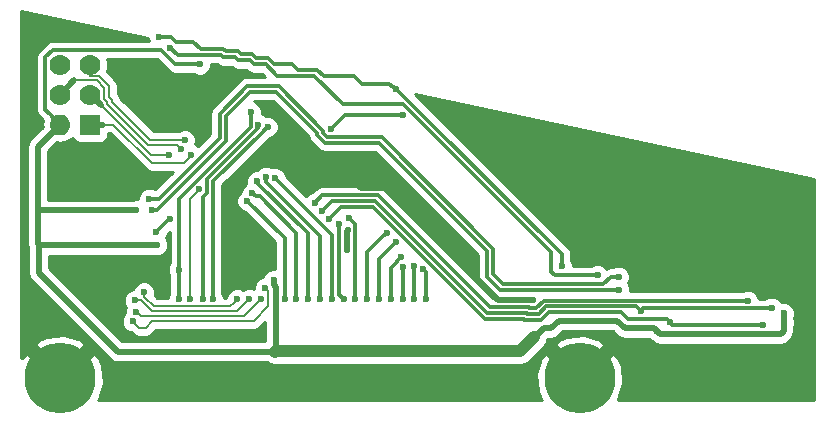
<source format=gbr>
G04 #@! TF.FileFunction,Copper,L2,Bot,Signal*
%FSLAX46Y46*%
G04 Gerber Fmt 4.6, Leading zero omitted, Abs format (unit mm)*
G04 Created by KiCad (PCBNEW 4.1.0-alpha+201608171232+7063~46~ubuntu14.04.1-product) date Tue Aug 30 16:52:41 2016*
%MOMM*%
%LPD*%
G01*
G04 APERTURE LIST*
%ADD10C,0.600000*%
%ADD11C,0.550000*%
%ADD12C,6.000000*%
%ADD13R,1.778000X1.778000*%
%ADD14C,1.778000*%
%ADD15O,1.778000X1.778000*%
%ADD16C,0.600000*%
%ADD17C,0.508000*%
%ADD18C,1.016000*%
%ADD19C,0.304800*%
%ADD20C,0.250000*%
%ADD21C,0.203200*%
%ADD22C,0.355600*%
%ADD23C,0.254000*%
G04 APERTURE END LIST*
D10*
D11*
X115722400Y-71069200D03*
X114401600Y-78079600D03*
X151028400Y-90881200D03*
X144068800Y-86258400D03*
X135280400Y-86664800D03*
X135331200Y-84937600D03*
X116179600Y-89001600D03*
X121056400Y-72237600D03*
X117551200Y-71526400D03*
X118821200Y-71526400D03*
X117551200Y-72796400D03*
X118821200Y-72796400D03*
X115112800Y-80619600D03*
X116382800Y-80619600D03*
X115112800Y-81889600D03*
X116382800Y-81889600D03*
X135890000Y-80518000D03*
X134620000Y-80518000D03*
X135890000Y-79248000D03*
D12*
X155000000Y-97500000D03*
X111000000Y-97500000D03*
D13*
X113540000Y-76000000D03*
D14*
X113540000Y-73460000D03*
X113540000Y-70920000D03*
X111000000Y-73460000D03*
D15*
X111000000Y-76000000D03*
D14*
X111000000Y-70920000D03*
D11*
X134620000Y-79248000D03*
D16*
X153500000Y-88000000D03*
X133936719Y-76375281D03*
X140035596Y-75177003D03*
X139448762Y-72953610D03*
X119380000Y-68580000D03*
X172250000Y-92750000D03*
X172250000Y-92000000D03*
X161548200Y-93500000D03*
X151135005Y-94050180D03*
X122834400Y-70916800D03*
X117449600Y-83261200D03*
X119239793Y-86207600D03*
X129082800Y-89204800D03*
X121564400Y-77317600D03*
X120310617Y-83993933D03*
X119126000Y-85090000D03*
X156500000Y-88750000D03*
X120330348Y-69487047D03*
X141762339Y-88234662D03*
X142000000Y-90805000D03*
X138674279Y-85146601D03*
X137000000Y-90805000D03*
X122787799Y-81481564D03*
X122000000Y-90805000D03*
X126842402Y-82473996D03*
X130000000Y-90805000D03*
X127254000Y-81788000D03*
X131000000Y-90805000D03*
X127699624Y-80787202D03*
X132000000Y-90805000D03*
X128415461Y-80429997D03*
X133000000Y-90805000D03*
X129209043Y-80531220D03*
X134000000Y-90805000D03*
X134595390Y-84408528D03*
X135000000Y-90805000D03*
X135423191Y-83873885D03*
X136000000Y-90805000D03*
X139446583Y-85918905D03*
X138000000Y-90805000D03*
X139827000Y-87249000D03*
X139000000Y-90805000D03*
X140017500Y-88074500D03*
X140000000Y-90805000D03*
X140970000Y-88011000D03*
X141000000Y-90805000D03*
X120243600Y-78602438D03*
X118110000Y-90170000D03*
X126000000Y-90805000D03*
X117136221Y-92674235D03*
X128334464Y-89818474D03*
X117451631Y-91839611D03*
X122118819Y-78578296D03*
X128000000Y-90805000D03*
X117320610Y-90896261D03*
X121259600Y-78079600D03*
X127000000Y-90805000D03*
X128559203Y-76202707D03*
X123952000Y-90805000D03*
X127779410Y-76023983D03*
X123063000Y-90805000D03*
X121050242Y-88295358D03*
X121031000Y-90805000D03*
X127127000Y-74930000D03*
X160163934Y-91800000D03*
X133197600Y-83312000D03*
X171250000Y-91500000D03*
X162600000Y-92725852D03*
X170500000Y-93000000D03*
X133780554Y-83979712D03*
X132537200Y-82651600D03*
X169250000Y-90924910D03*
X118794961Y-83213488D03*
X158336000Y-90017600D03*
X158293494Y-88891706D03*
X118566413Y-82293742D03*
D17*
X116382800Y-80619600D02*
X116382800Y-80060800D01*
X116382800Y-80060800D02*
X114401600Y-78079600D01*
X135280400Y-86664800D02*
X135280400Y-84988400D01*
X135280400Y-84988400D02*
X135331200Y-84937600D01*
X144068800Y-86258400D02*
X144068800Y-86866322D01*
X144068800Y-86866322D02*
X148083678Y-90881200D01*
X148083678Y-90881200D02*
X150639492Y-90881200D01*
X150639492Y-90881200D02*
X151028400Y-90881200D01*
D18*
X138908352Y-81148752D02*
X144068800Y-86309200D01*
X135890000Y-80518000D02*
X136520752Y-81148752D01*
X136520752Y-81148752D02*
X138908352Y-81148752D01*
D19*
X141931643Y-75436491D02*
X153500000Y-87004848D01*
X153500000Y-87004848D02*
X153500000Y-88000000D01*
X140035596Y-75177003D02*
X135134997Y-75177003D01*
X135134997Y-75177003D02*
X134236718Y-76075282D01*
X134236718Y-76075282D02*
X133936719Y-76375281D01*
X139448762Y-72953610D02*
X141931643Y-75436491D01*
X138836400Y-72593200D02*
X139448762Y-72953610D01*
X136550400Y-72593200D02*
X138836400Y-72593200D01*
X135890000Y-71932800D02*
X136550400Y-72593200D01*
X133299200Y-71932800D02*
X135890000Y-71932800D01*
X132740400Y-71374000D02*
X133299200Y-71932800D01*
X131114800Y-71374000D02*
X132740400Y-71374000D01*
X130606800Y-70866000D02*
X131114800Y-71374000D01*
X129082800Y-70866000D02*
X130606800Y-70866000D01*
X128625600Y-70408800D02*
X129082800Y-70866000D01*
X127609600Y-70408800D02*
X128625600Y-70408800D01*
X127254000Y-70053200D02*
X127609600Y-70408800D01*
X126288800Y-70053200D02*
X127254000Y-70053200D01*
X126034800Y-69799200D02*
X126288800Y-70053200D01*
X125018800Y-69799200D02*
X126034800Y-69799200D01*
X124815600Y-69596000D02*
X125018800Y-69799200D01*
X122885200Y-69596000D02*
X124815600Y-69596000D01*
X122275600Y-68986400D02*
X122885200Y-69596000D01*
X120802400Y-68986400D02*
X122275600Y-68986400D01*
X120396000Y-68580000D02*
X120802400Y-68986400D01*
X119380000Y-68580000D02*
X120396000Y-68580000D01*
D17*
X172250000Y-92500000D02*
X172250000Y-92000000D01*
X172250000Y-93500000D02*
X172250000Y-92500000D01*
X172250000Y-92500000D02*
X172250000Y-92750000D01*
X171995999Y-93754001D02*
X172250000Y-93500000D01*
X161801238Y-93754001D02*
X171995999Y-93754001D01*
D20*
X161548200Y-93500000D02*
X161547237Y-93500000D01*
X161547237Y-93500000D02*
X161302053Y-93254816D01*
D17*
X151930369Y-93254816D02*
X152545184Y-93254816D01*
X152545184Y-93254816D02*
X153200000Y-92600000D01*
X153200000Y-92600000D02*
X158145184Y-92600000D01*
X158145184Y-92600000D02*
X158800000Y-93254816D01*
X158800000Y-93254816D02*
X161302053Y-93254816D01*
X161302053Y-93254816D02*
X161801238Y-93754001D01*
X151135005Y-94050180D02*
X151930369Y-93254816D01*
X151141199Y-94000000D02*
X151141199Y-94043986D01*
X151141199Y-94043986D02*
X151135005Y-94050180D01*
D18*
X149924366Y-95199200D02*
X149941999Y-95199200D01*
X149941999Y-95199200D02*
X151141199Y-94000000D01*
X147116800Y-95199200D02*
X149924366Y-95199200D01*
X147116800Y-95199200D02*
X129266564Y-95199200D01*
X129266564Y-95199200D02*
X129215764Y-95250000D01*
D17*
X115859922Y-95250000D02*
X129215764Y-95250000D01*
X129215764Y-95250000D02*
X129235200Y-95230564D01*
D19*
X122834400Y-70916800D02*
X120751246Y-70916800D01*
X120751246Y-70916800D02*
X119513045Y-69678599D01*
X119513045Y-69678599D02*
X110404127Y-69678599D01*
X110404127Y-69678599D02*
X109758599Y-70324127D01*
X109758599Y-74758599D02*
X110111001Y-75111001D01*
X109758599Y-70324127D02*
X109758599Y-74758599D01*
X110111001Y-75111001D02*
X111000000Y-76000000D01*
D17*
X109169200Y-86207600D02*
X109169200Y-88559278D01*
X109169200Y-88559278D02*
X115859922Y-95250000D01*
X129235200Y-95230564D02*
X129235200Y-89781464D01*
X129235200Y-89781464D02*
X129082800Y-89629064D01*
X129082800Y-89629064D02*
X129082800Y-89204800D01*
X109169200Y-86207600D02*
X109118400Y-86156800D01*
X109118400Y-86156800D02*
X109118400Y-83261200D01*
X119239793Y-86207600D02*
X109169200Y-86207600D01*
X109118400Y-83261200D02*
X109118400Y-77881600D01*
X109118400Y-77881600D02*
X111000000Y-76000000D01*
X117449600Y-83261200D02*
X109118400Y-83261200D01*
D21*
X118609438Y-77317600D02*
X115387819Y-74095981D01*
X115387818Y-73951842D02*
X115133812Y-73697836D01*
X121564400Y-77317600D02*
X118609438Y-77317600D01*
X115387819Y-74095981D02*
X115387818Y-73951842D01*
X115133811Y-72721495D02*
X114278504Y-71866188D01*
X115133812Y-73697836D02*
X115133811Y-72721495D01*
X114278504Y-71866188D02*
X113540000Y-71866188D01*
X113540000Y-71866188D02*
X113540000Y-70920000D01*
D22*
X120222067Y-83993933D02*
X120310617Y-83993933D01*
X119126000Y-85090000D02*
X120222067Y-83993933D01*
D19*
X120330348Y-69487047D02*
X120944111Y-70100810D01*
X120944111Y-70100810D02*
X124606501Y-70100810D01*
X124606501Y-70100810D02*
X124809701Y-70304010D01*
X124809701Y-70304010D02*
X125825701Y-70304010D01*
X134914960Y-74262468D02*
X140043710Y-74262468D01*
X125825701Y-70304010D02*
X126079701Y-70558010D01*
X126079701Y-70558010D02*
X127044902Y-70558010D01*
X127044902Y-70558010D02*
X127400501Y-70913610D01*
X152883643Y-88750000D02*
X156500000Y-88750000D01*
X127400501Y-70913610D02*
X128416502Y-70913610D01*
X128416502Y-70913610D02*
X129381702Y-71878810D01*
X129381702Y-71878810D02*
X132531302Y-71878810D01*
X152598442Y-88464799D02*
X152883643Y-88750000D01*
X132531302Y-71878810D02*
X134914960Y-74262468D01*
X140043710Y-74262468D02*
X152598442Y-86817200D01*
X152598442Y-86817200D02*
X152598442Y-88464799D01*
X142000000Y-88472323D02*
X141762339Y-88234662D01*
X142000000Y-90805000D02*
X142000000Y-88472323D01*
X138374280Y-85446600D02*
X138674279Y-85146601D01*
X137000000Y-86820880D02*
X138374280Y-85446600D01*
X137000000Y-90805000D02*
X137000000Y-86820880D01*
D21*
X122000000Y-90805000D02*
X122000000Y-82269363D01*
X122487800Y-81781563D02*
X122787799Y-81481564D01*
X122000000Y-82269363D02*
X122487800Y-81781563D01*
D19*
X126842402Y-82473996D02*
X130000000Y-85631594D01*
X130000000Y-85631594D02*
X130000000Y-90805000D01*
X127934999Y-82087999D02*
X131000000Y-85153000D01*
X131000000Y-85153000D02*
X131000000Y-90805000D01*
X127254000Y-81788000D02*
X127553999Y-82087999D01*
X127553999Y-82087999D02*
X127934999Y-82087999D01*
X127699624Y-80909761D02*
X127699624Y-80787202D01*
X132000000Y-90805000D02*
X132000000Y-85210137D01*
X132000000Y-85210137D02*
X127699624Y-80909761D01*
X128415461Y-80854261D02*
X128415461Y-80429997D01*
X128415461Y-80867015D02*
X128415461Y-80854261D01*
X133000000Y-85451554D02*
X128415461Y-80867015D01*
X133000000Y-90805000D02*
X133000000Y-85451554D01*
X129509042Y-80831219D02*
X129209043Y-80531220D01*
X134000000Y-85322177D02*
X129509042Y-80831219D01*
X134000000Y-90805000D02*
X134000000Y-85322177D01*
X135000000Y-90805000D02*
X134644546Y-90449546D01*
X134644546Y-90449546D02*
X134644546Y-84959370D01*
X134644546Y-84959370D02*
X134595390Y-85008526D01*
X134595390Y-85008526D02*
X134595390Y-84408528D01*
X136000000Y-84450694D02*
X135723190Y-84173884D01*
X135723190Y-84173884D02*
X135423191Y-83873885D01*
X136000000Y-90805000D02*
X136000000Y-84450694D01*
X139146584Y-86218904D02*
X139446583Y-85918905D01*
X138000000Y-87365488D02*
X139146584Y-86218904D01*
X138000000Y-90805000D02*
X138000000Y-87365488D01*
X139827000Y-87249000D02*
X139527001Y-87548999D01*
X139527001Y-87548999D02*
X139527001Y-87599445D01*
X139527001Y-87599445D02*
X139000000Y-88126446D01*
X139000000Y-88126446D02*
X139000000Y-90380736D01*
X139000000Y-90380736D02*
X139000000Y-90805000D01*
X140017500Y-88074500D02*
X140017500Y-90787500D01*
X140017500Y-90787500D02*
X140000000Y-90805000D01*
X140970000Y-88011000D02*
X140970000Y-90775000D01*
X140970000Y-90775000D02*
X141000000Y-90805000D01*
D21*
X118682880Y-78602438D02*
X119819336Y-78602438D01*
X114429441Y-74348999D02*
X118682880Y-78602438D01*
X114428999Y-74348999D02*
X114429441Y-74348999D01*
X119819336Y-78602438D02*
X120243600Y-78602438D01*
D17*
X113540000Y-73460000D02*
X114428999Y-74348999D01*
D21*
X118110000Y-90170000D02*
X118110000Y-90594264D01*
X118922337Y-91406601D02*
X125398399Y-91406601D01*
X118110000Y-90594264D02*
X118922337Y-91406601D01*
X125398399Y-91406601D02*
X125700001Y-91104999D01*
X125700001Y-91104999D02*
X126000000Y-90805000D01*
X127379111Y-92655930D02*
X118809687Y-92655930D01*
X118809687Y-92655930D02*
X118238279Y-93227338D01*
X128634463Y-90118473D02*
X128634463Y-91400578D01*
X128334464Y-89818474D02*
X128634463Y-90118473D01*
X118238279Y-93227338D02*
X117689324Y-93227338D01*
X117436220Y-92974234D02*
X117136221Y-92674235D01*
X117689324Y-93227338D02*
X117436220Y-92974234D01*
X128634463Y-91400578D02*
X127379111Y-92655930D01*
X117843345Y-92231325D02*
X117751630Y-92139610D01*
X128000000Y-90805000D02*
X126573675Y-92231325D01*
X126573675Y-92231325D02*
X117843345Y-92231325D01*
X117751630Y-92139610D02*
X117451631Y-91839611D01*
X114632200Y-76000000D02*
X115510216Y-76000000D01*
X118758216Y-79248000D02*
X121449115Y-79248000D01*
X115510216Y-76000000D02*
X118758216Y-79248000D01*
X121449115Y-79248000D02*
X121818820Y-78878295D01*
X121818820Y-78878295D02*
X122118819Y-78578296D01*
D17*
X113540000Y-76000000D02*
X114632200Y-76000000D01*
D21*
X117744874Y-90896261D02*
X117320610Y-90896261D01*
X125995189Y-91809811D02*
X118737037Y-91809811D01*
X117823487Y-90896261D02*
X117744874Y-90896261D01*
X118737037Y-91809811D02*
X117823487Y-90896261D01*
X127000000Y-90805000D02*
X125995189Y-91809811D01*
X114730601Y-72888511D02*
X114111489Y-72269399D01*
X114730601Y-73864851D02*
X114730601Y-72888511D01*
X121259600Y-78079600D02*
X120900811Y-77720811D01*
X114984608Y-74118858D02*
X114730601Y-73864851D01*
X118442422Y-77720810D02*
X114984608Y-74262996D01*
X120900811Y-77720811D02*
X118442422Y-77720810D01*
X114111489Y-72269399D02*
X112968511Y-72269399D01*
X114984608Y-74262996D02*
X114984608Y-74118858D01*
X112968511Y-72269399D02*
X112190601Y-72269399D01*
D17*
X111000000Y-73460000D02*
X112190601Y-72269399D01*
D19*
X123952000Y-90805000D02*
X123952000Y-80822535D01*
X123952000Y-80822535D02*
X128259204Y-76515331D01*
X128259204Y-76515331D02*
X128259204Y-76502706D01*
X128259204Y-76502706D02*
X128559203Y-76202707D01*
X123440201Y-80620424D02*
X127779410Y-76281215D01*
X123440201Y-81794718D02*
X123440201Y-80620424D01*
X123063000Y-82171919D02*
X123440201Y-81794718D01*
X123063000Y-90805000D02*
X123063000Y-82171919D01*
X127779410Y-76281215D02*
X127779410Y-76023983D01*
X121050242Y-87871094D02*
X121050242Y-88295358D01*
X127127000Y-74930000D02*
X127127000Y-76219715D01*
X121050242Y-82296473D02*
X121050242Y-87871094D01*
X127127000Y-76219715D02*
X121050242Y-82296473D01*
X121031000Y-90805000D02*
X121031000Y-88314600D01*
X121031000Y-88314600D02*
X121050242Y-88295358D01*
X160163934Y-91800000D02*
X160386614Y-91577320D01*
X159770191Y-91406257D02*
X160163934Y-91800000D01*
X133197600Y-83312000D02*
X133995627Y-82513973D01*
X133995627Y-82513973D02*
X137678210Y-82513974D01*
X150497157Y-91992421D02*
X150518148Y-92013412D01*
X137678210Y-82513974D02*
X147156657Y-91992421D01*
X147156657Y-91992421D02*
X150497157Y-91992421D01*
X150518148Y-92013412D02*
X151538653Y-92013411D01*
X151538653Y-92013411D02*
X152145808Y-91406257D01*
X152145808Y-91406257D02*
X159770191Y-91406257D01*
X171250000Y-91500217D02*
X171250000Y-91500000D01*
X171172897Y-91577320D02*
X171250000Y-91500217D01*
X160386614Y-91577320D02*
X171172897Y-91577320D01*
X162807119Y-92932971D02*
X162600000Y-92725852D01*
X162600000Y-92725852D02*
X162346849Y-92472701D01*
X170182971Y-92932971D02*
X162807119Y-92932971D01*
X134741482Y-83018784D02*
X133780554Y-83979712D01*
X151747752Y-92518221D02*
X150309050Y-92518222D01*
X162346849Y-92472701D02*
X159061633Y-92472701D01*
X150288058Y-92497232D02*
X146947558Y-92497232D01*
X159061633Y-92472701D02*
X158500000Y-91911068D01*
X158500000Y-91911068D02*
X152354906Y-91911068D01*
X152354906Y-91911068D02*
X151747752Y-92518221D01*
X150309050Y-92518222D02*
X150288058Y-92497232D01*
X146947558Y-92497232D02*
X137469110Y-83018784D01*
X137469110Y-83018784D02*
X134741482Y-83018784D01*
D20*
X170500000Y-93000000D02*
X170432971Y-92932971D01*
X170432971Y-92932971D02*
X170182971Y-92932971D01*
D19*
X137887308Y-82009162D02*
X147365756Y-91487610D01*
X133179638Y-82009162D02*
X137887308Y-82009162D01*
X132537200Y-82651600D02*
X133179638Y-82009162D01*
X160833297Y-90924910D02*
X168825736Y-90924910D01*
X160809834Y-90901447D02*
X160833297Y-90924910D01*
X151936707Y-90901447D02*
X160809834Y-90901447D01*
X150706256Y-91487610D02*
X150727247Y-91508601D01*
X150727247Y-91508601D02*
X151329553Y-91508601D01*
X147365756Y-91487610D02*
X150706256Y-91487610D01*
X151329553Y-91508601D02*
X151936707Y-90901447D01*
X168825736Y-90924910D02*
X169250000Y-90924910D01*
X158336000Y-90017600D02*
X148259612Y-90017600D01*
X148259612Y-90017600D02*
X147170790Y-88928778D01*
X147170790Y-88928778D02*
X147170790Y-86699506D01*
X129310133Y-73250411D02*
X127056699Y-73250411D01*
X127056699Y-73250411D02*
X125015611Y-75291499D01*
X147170790Y-86699506D02*
X138003777Y-77532493D01*
X138003777Y-77532493D02*
X133414465Y-77532493D01*
X133414465Y-77532493D02*
X132779506Y-76897534D01*
X132779506Y-76897534D02*
X132779506Y-76719784D01*
X132779506Y-76719784D02*
X129310133Y-73250411D01*
X125015611Y-75291499D02*
X125015610Y-77417103D01*
X125015610Y-77417103D02*
X119219225Y-83213488D01*
X119219225Y-83213488D02*
X118794961Y-83213488D01*
X138212876Y-77027682D02*
X147685194Y-86500000D01*
X147685194Y-88685194D02*
X147685194Y-86500000D01*
X148500000Y-89500000D02*
X147685194Y-88685194D01*
X157000000Y-89500000D02*
X148500000Y-89500000D01*
X157608294Y-88891706D02*
X157000000Y-89500000D01*
X158293494Y-88891706D02*
X157608294Y-88891706D01*
X126847599Y-72745601D02*
X129519232Y-72745600D01*
X133284317Y-76688435D02*
X133623564Y-77027682D01*
X129519232Y-72745600D02*
X133284316Y-76510684D01*
X124510800Y-77151869D02*
X124510800Y-75082400D01*
X119368927Y-82293742D02*
X124510800Y-77151869D01*
X118566413Y-82293742D02*
X119368927Y-82293742D01*
X133623564Y-77027682D02*
X138212876Y-77027682D01*
X133284316Y-76510684D02*
X133284317Y-76688435D01*
X124510800Y-75082400D02*
X126847599Y-72745601D01*
D23*
G36*
X118444935Y-68653263D02*
X118444838Y-68765167D01*
X118496913Y-68891199D01*
X110404127Y-68891199D01*
X110102802Y-68951136D01*
X109847351Y-69121823D01*
X109201823Y-69767351D01*
X109031136Y-70022802D01*
X108971199Y-70324127D01*
X108971199Y-74758599D01*
X109031136Y-75059924D01*
X109201823Y-75315375D01*
X109539144Y-75652696D01*
X109476000Y-75970143D01*
X109476000Y-76029857D01*
X109515305Y-76227459D01*
X108489782Y-77252982D01*
X108297071Y-77541394D01*
X108229400Y-77881600D01*
X108229400Y-86156800D01*
X108280200Y-86412190D01*
X108280200Y-88559278D01*
X108347871Y-88899484D01*
X108470117Y-89082438D01*
X108540582Y-89187896D01*
X115231304Y-95878618D01*
X115519716Y-96071329D01*
X115859922Y-96139000D01*
X128528432Y-96139000D01*
X128778357Y-96305994D01*
X129215764Y-96393000D01*
X129471152Y-96342200D01*
X149941999Y-96342200D01*
X150379406Y-96255194D01*
X150750222Y-96007423D01*
X151949422Y-94808223D01*
X152049660Y-94658206D01*
X152876627Y-94658206D01*
X155000000Y-96781580D01*
X157123373Y-94658206D01*
X156746916Y-94231315D01*
X155363069Y-93811613D01*
X153923948Y-93953434D01*
X153253084Y-94231315D01*
X152876627Y-94658206D01*
X152049660Y-94658206D01*
X152197193Y-94437407D01*
X152244912Y-94197509D01*
X152298605Y-94143816D01*
X152545184Y-94143816D01*
X152885390Y-94076145D01*
X153173802Y-93883434D01*
X153568236Y-93489000D01*
X157776948Y-93489000D01*
X158171382Y-93883434D01*
X158459795Y-94076146D01*
X158800000Y-94143816D01*
X160869756Y-94143816D01*
X161017873Y-94292192D01*
X161127867Y-94337866D01*
X161172620Y-94382619D01*
X161461032Y-94575330D01*
X161801238Y-94643001D01*
X171995999Y-94643001D01*
X172336205Y-94575330D01*
X172624617Y-94382619D01*
X172878618Y-94128618D01*
X173071330Y-93840205D01*
X173139000Y-93500000D01*
X173139000Y-93047189D01*
X173184838Y-92936799D01*
X173185162Y-92564833D01*
X173139000Y-92453112D01*
X173139000Y-92297189D01*
X173184838Y-92186799D01*
X173185162Y-91814833D01*
X173043117Y-91471057D01*
X172780327Y-91207808D01*
X172436799Y-91065162D01*
X172081873Y-91064853D01*
X172043117Y-90971057D01*
X171780327Y-90707808D01*
X171436799Y-90565162D01*
X171064833Y-90564838D01*
X170721057Y-90706883D01*
X170637875Y-90789920D01*
X170185118Y-90789920D01*
X170185162Y-90739743D01*
X170043117Y-90395967D01*
X169780327Y-90132718D01*
X169436799Y-89990072D01*
X169064833Y-89989748D01*
X168721057Y-90131793D01*
X168715330Y-90137510D01*
X160927791Y-90137510D01*
X160809834Y-90114047D01*
X159270917Y-90114047D01*
X159271162Y-89832433D01*
X159129117Y-89488657D01*
X159074127Y-89433571D01*
X159085686Y-89422033D01*
X159228332Y-89078505D01*
X159228656Y-88706539D01*
X159086611Y-88362763D01*
X158823821Y-88099514D01*
X158480293Y-87956868D01*
X158108327Y-87956544D01*
X157764551Y-88098589D01*
X157758824Y-88104306D01*
X157608294Y-88104306D01*
X157306969Y-88164243D01*
X157264638Y-88192528D01*
X157030327Y-87957808D01*
X156686799Y-87815162D01*
X156314833Y-87814838D01*
X155971057Y-87956883D01*
X155965330Y-87962600D01*
X154435033Y-87962600D01*
X154435162Y-87814833D01*
X154293117Y-87471057D01*
X154287400Y-87465330D01*
X154287400Y-87004848D01*
X154227463Y-86703523D01*
X154056776Y-86448072D01*
X141047256Y-73438552D01*
X174804000Y-80585419D01*
X174804000Y-99289800D01*
X158220056Y-99289800D01*
X158268685Y-99246916D01*
X158688387Y-97863069D01*
X158546566Y-96423948D01*
X158268685Y-95753084D01*
X157841794Y-95376627D01*
X155718420Y-97500000D01*
X155732563Y-97514142D01*
X155014142Y-98232563D01*
X155000000Y-98218420D01*
X154985858Y-98232563D01*
X154267437Y-97514142D01*
X154281580Y-97500000D01*
X152158206Y-95376627D01*
X151731315Y-95753084D01*
X151311613Y-97136931D01*
X151453434Y-98576052D01*
X151731315Y-99246916D01*
X151779944Y-99289800D01*
X114220056Y-99289800D01*
X114268685Y-99246916D01*
X114688387Y-97863069D01*
X114546566Y-96423948D01*
X114268685Y-95753084D01*
X113841794Y-95376627D01*
X111718420Y-97500000D01*
X111732563Y-97514142D01*
X111014142Y-98232563D01*
X111000000Y-98218420D01*
X110985858Y-98232563D01*
X110267437Y-97514142D01*
X110281580Y-97500000D01*
X108158206Y-95376627D01*
X107731315Y-95753084D01*
X107720200Y-95789733D01*
X107720200Y-94658206D01*
X108876627Y-94658206D01*
X111000000Y-96781580D01*
X113123373Y-94658206D01*
X112746916Y-94231315D01*
X111363069Y-93811613D01*
X109923948Y-93953434D01*
X109253084Y-94231315D01*
X108876627Y-94658206D01*
X107720200Y-94658206D01*
X107720200Y-66382657D01*
X118444935Y-68653263D01*
X118444935Y-68653263D01*
G37*
X118444935Y-68653263D02*
X118444838Y-68765167D01*
X118496913Y-68891199D01*
X110404127Y-68891199D01*
X110102802Y-68951136D01*
X109847351Y-69121823D01*
X109201823Y-69767351D01*
X109031136Y-70022802D01*
X108971199Y-70324127D01*
X108971199Y-74758599D01*
X109031136Y-75059924D01*
X109201823Y-75315375D01*
X109539144Y-75652696D01*
X109476000Y-75970143D01*
X109476000Y-76029857D01*
X109515305Y-76227459D01*
X108489782Y-77252982D01*
X108297071Y-77541394D01*
X108229400Y-77881600D01*
X108229400Y-86156800D01*
X108280200Y-86412190D01*
X108280200Y-88559278D01*
X108347871Y-88899484D01*
X108470117Y-89082438D01*
X108540582Y-89187896D01*
X115231304Y-95878618D01*
X115519716Y-96071329D01*
X115859922Y-96139000D01*
X128528432Y-96139000D01*
X128778357Y-96305994D01*
X129215764Y-96393000D01*
X129471152Y-96342200D01*
X149941999Y-96342200D01*
X150379406Y-96255194D01*
X150750222Y-96007423D01*
X151949422Y-94808223D01*
X152049660Y-94658206D01*
X152876627Y-94658206D01*
X155000000Y-96781580D01*
X157123373Y-94658206D01*
X156746916Y-94231315D01*
X155363069Y-93811613D01*
X153923948Y-93953434D01*
X153253084Y-94231315D01*
X152876627Y-94658206D01*
X152049660Y-94658206D01*
X152197193Y-94437407D01*
X152244912Y-94197509D01*
X152298605Y-94143816D01*
X152545184Y-94143816D01*
X152885390Y-94076145D01*
X153173802Y-93883434D01*
X153568236Y-93489000D01*
X157776948Y-93489000D01*
X158171382Y-93883434D01*
X158459795Y-94076146D01*
X158800000Y-94143816D01*
X160869756Y-94143816D01*
X161017873Y-94292192D01*
X161127867Y-94337866D01*
X161172620Y-94382619D01*
X161461032Y-94575330D01*
X161801238Y-94643001D01*
X171995999Y-94643001D01*
X172336205Y-94575330D01*
X172624617Y-94382619D01*
X172878618Y-94128618D01*
X173071330Y-93840205D01*
X173139000Y-93500000D01*
X173139000Y-93047189D01*
X173184838Y-92936799D01*
X173185162Y-92564833D01*
X173139000Y-92453112D01*
X173139000Y-92297189D01*
X173184838Y-92186799D01*
X173185162Y-91814833D01*
X173043117Y-91471057D01*
X172780327Y-91207808D01*
X172436799Y-91065162D01*
X172081873Y-91064853D01*
X172043117Y-90971057D01*
X171780327Y-90707808D01*
X171436799Y-90565162D01*
X171064833Y-90564838D01*
X170721057Y-90706883D01*
X170637875Y-90789920D01*
X170185118Y-90789920D01*
X170185162Y-90739743D01*
X170043117Y-90395967D01*
X169780327Y-90132718D01*
X169436799Y-89990072D01*
X169064833Y-89989748D01*
X168721057Y-90131793D01*
X168715330Y-90137510D01*
X160927791Y-90137510D01*
X160809834Y-90114047D01*
X159270917Y-90114047D01*
X159271162Y-89832433D01*
X159129117Y-89488657D01*
X159074127Y-89433571D01*
X159085686Y-89422033D01*
X159228332Y-89078505D01*
X159228656Y-88706539D01*
X159086611Y-88362763D01*
X158823821Y-88099514D01*
X158480293Y-87956868D01*
X158108327Y-87956544D01*
X157764551Y-88098589D01*
X157758824Y-88104306D01*
X157608294Y-88104306D01*
X157306969Y-88164243D01*
X157264638Y-88192528D01*
X157030327Y-87957808D01*
X156686799Y-87815162D01*
X156314833Y-87814838D01*
X155971057Y-87956883D01*
X155965330Y-87962600D01*
X154435033Y-87962600D01*
X154435162Y-87814833D01*
X154293117Y-87471057D01*
X154287400Y-87465330D01*
X154287400Y-87004848D01*
X154227463Y-86703523D01*
X154056776Y-86448072D01*
X141047256Y-73438552D01*
X174804000Y-80585419D01*
X174804000Y-99289800D01*
X158220056Y-99289800D01*
X158268685Y-99246916D01*
X158688387Y-97863069D01*
X158546566Y-96423948D01*
X158268685Y-95753084D01*
X157841794Y-95376627D01*
X155718420Y-97500000D01*
X155732563Y-97514142D01*
X155014142Y-98232563D01*
X155000000Y-98218420D01*
X154985858Y-98232563D01*
X154267437Y-97514142D01*
X154281580Y-97500000D01*
X152158206Y-95376627D01*
X151731315Y-95753084D01*
X151311613Y-97136931D01*
X151453434Y-98576052D01*
X151731315Y-99246916D01*
X151779944Y-99289800D01*
X114220056Y-99289800D01*
X114268685Y-99246916D01*
X114688387Y-97863069D01*
X114546566Y-96423948D01*
X114268685Y-95753084D01*
X113841794Y-95376627D01*
X111718420Y-97500000D01*
X111732563Y-97514142D01*
X111014142Y-98232563D01*
X111000000Y-98218420D01*
X110985858Y-98232563D01*
X110267437Y-97514142D01*
X110281580Y-97500000D01*
X108158206Y-95376627D01*
X107731315Y-95753084D01*
X107720200Y-95789733D01*
X107720200Y-94658206D01*
X108876627Y-94658206D01*
X111000000Y-96781580D01*
X113123373Y-94658206D01*
X112746916Y-94231315D01*
X111363069Y-93811613D01*
X109923948Y-93953434D01*
X109253084Y-94231315D01*
X108876627Y-94658206D01*
X107720200Y-94658206D01*
X107720200Y-66382657D01*
X118444935Y-68653263D01*
G36*
X120262842Y-87760247D02*
X120258050Y-87765031D01*
X120115404Y-88108559D01*
X120115080Y-88480525D01*
X120243600Y-88791568D01*
X120243600Y-90269889D01*
X120238808Y-90274673D01*
X120096162Y-90618201D01*
X120096117Y-90670001D01*
X119227447Y-90670001D01*
X119006521Y-90449075D01*
X119044838Y-90356799D01*
X119045162Y-89984833D01*
X118903117Y-89641057D01*
X118640327Y-89377808D01*
X118296799Y-89235162D01*
X117924833Y-89234838D01*
X117581057Y-89376883D01*
X117317808Y-89639673D01*
X117184322Y-89961142D01*
X117135443Y-89961099D01*
X116791667Y-90103144D01*
X116528418Y-90365934D01*
X116385772Y-90709462D01*
X116385448Y-91081428D01*
X116527493Y-91425204D01*
X116586683Y-91484498D01*
X116516793Y-91652812D01*
X116516515Y-91971723D01*
X116344029Y-92143908D01*
X116201383Y-92487436D01*
X116201059Y-92859402D01*
X116343104Y-93203178D01*
X116605894Y-93466427D01*
X116949422Y-93609073D01*
X117029419Y-93609143D01*
X117168469Y-93748193D01*
X117407439Y-93907868D01*
X117689324Y-93963938D01*
X118238279Y-93963938D01*
X118520164Y-93907868D01*
X118759134Y-93748193D01*
X119114797Y-93392530D01*
X127379111Y-93392530D01*
X127660996Y-93336460D01*
X127899966Y-93176785D01*
X128346200Y-92730551D01*
X128346200Y-94361000D01*
X116228158Y-94361000D01*
X110058200Y-88191042D01*
X110058200Y-87096600D01*
X118942604Y-87096600D01*
X119052994Y-87142438D01*
X119424960Y-87142762D01*
X119768736Y-87000717D01*
X120031985Y-86737927D01*
X120174631Y-86394399D01*
X120174955Y-86022433D01*
X120032910Y-85678657D01*
X119934787Y-85580362D01*
X120041072Y-85324400D01*
X120262842Y-85102631D01*
X120262842Y-87760247D01*
X120262842Y-87760247D01*
G37*
X120262842Y-87760247D02*
X120258050Y-87765031D01*
X120115404Y-88108559D01*
X120115080Y-88480525D01*
X120243600Y-88791568D01*
X120243600Y-90269889D01*
X120238808Y-90274673D01*
X120096162Y-90618201D01*
X120096117Y-90670001D01*
X119227447Y-90670001D01*
X119006521Y-90449075D01*
X119044838Y-90356799D01*
X119045162Y-89984833D01*
X118903117Y-89641057D01*
X118640327Y-89377808D01*
X118296799Y-89235162D01*
X117924833Y-89234838D01*
X117581057Y-89376883D01*
X117317808Y-89639673D01*
X117184322Y-89961142D01*
X117135443Y-89961099D01*
X116791667Y-90103144D01*
X116528418Y-90365934D01*
X116385772Y-90709462D01*
X116385448Y-91081428D01*
X116527493Y-91425204D01*
X116586683Y-91484498D01*
X116516793Y-91652812D01*
X116516515Y-91971723D01*
X116344029Y-92143908D01*
X116201383Y-92487436D01*
X116201059Y-92859402D01*
X116343104Y-93203178D01*
X116605894Y-93466427D01*
X116949422Y-93609073D01*
X117029419Y-93609143D01*
X117168469Y-93748193D01*
X117407439Y-93907868D01*
X117689324Y-93963938D01*
X118238279Y-93963938D01*
X118520164Y-93907868D01*
X118759134Y-93748193D01*
X119114797Y-93392530D01*
X127379111Y-93392530D01*
X127660996Y-93336460D01*
X127899966Y-93176785D01*
X128346200Y-92730551D01*
X128346200Y-94361000D01*
X116228158Y-94361000D01*
X110058200Y-88191042D01*
X110058200Y-87096600D01*
X118942604Y-87096600D01*
X119052994Y-87142438D01*
X119424960Y-87142762D01*
X119768736Y-87000717D01*
X120031985Y-86737927D01*
X120174631Y-86394399D01*
X120174955Y-86022433D01*
X120032910Y-85678657D01*
X119934787Y-85580362D01*
X120041072Y-85324400D01*
X120262842Y-85102631D01*
X120262842Y-87760247D01*
G36*
X132028954Y-77082784D02*
X132052043Y-77198859D01*
X132222730Y-77454310D01*
X132857689Y-78089269D01*
X133113140Y-78259956D01*
X133414465Y-78319893D01*
X137677625Y-78319893D01*
X146383390Y-87025658D01*
X146383390Y-88928778D01*
X146443327Y-89230103D01*
X146614014Y-89485554D01*
X147702836Y-90574376D01*
X147891160Y-90700210D01*
X147691908Y-90700210D01*
X138444084Y-81452386D01*
X138188633Y-81281699D01*
X137887308Y-81221762D01*
X133179643Y-81221762D01*
X133179638Y-81221761D01*
X132878313Y-81281699D01*
X132622862Y-81452386D01*
X132358804Y-81716444D01*
X132352033Y-81716438D01*
X132008257Y-81858483D01*
X131828901Y-82037526D01*
X130144199Y-80352824D01*
X130144205Y-80346053D01*
X130002160Y-80002277D01*
X129739370Y-79739028D01*
X129395842Y-79596382D01*
X129023876Y-79596058D01*
X128934343Y-79633052D01*
X128602260Y-79495159D01*
X128230294Y-79494835D01*
X127886518Y-79636880D01*
X127670846Y-79852176D01*
X127514457Y-79852040D01*
X127170681Y-79994085D01*
X126907432Y-80256875D01*
X126764786Y-80600403D01*
X126764462Y-80972369D01*
X126766662Y-80977692D01*
X126725057Y-80994883D01*
X126461808Y-81257673D01*
X126319162Y-81601201D01*
X126319095Y-81678550D01*
X126313459Y-81680879D01*
X126050210Y-81943669D01*
X125907564Y-82287197D01*
X125907240Y-82659163D01*
X126049285Y-83002939D01*
X126312075Y-83266188D01*
X126655603Y-83408834D01*
X126663695Y-83408841D01*
X129212600Y-85957746D01*
X129212600Y-88269912D01*
X128897633Y-88269638D01*
X128553857Y-88411683D01*
X128290608Y-88674473D01*
X128203870Y-88883360D01*
X128149297Y-88883312D01*
X127805521Y-89025357D01*
X127542272Y-89288147D01*
X127399626Y-89631675D01*
X127399341Y-89958418D01*
X127186799Y-89870162D01*
X126814833Y-89869838D01*
X126499649Y-90000069D01*
X126186799Y-89870162D01*
X125814833Y-89869838D01*
X125471057Y-90011883D01*
X125207808Y-90274673D01*
X125065162Y-90618201D01*
X125065117Y-90670001D01*
X124887118Y-90670001D01*
X124887162Y-90619833D01*
X124745117Y-90276057D01*
X124739400Y-90270330D01*
X124739400Y-81148687D01*
X128754336Y-77133751D01*
X129088146Y-76995824D01*
X129351395Y-76733034D01*
X129494041Y-76389506D01*
X129494365Y-76017540D01*
X129352320Y-75673764D01*
X129089530Y-75410515D01*
X128746002Y-75267869D01*
X128374036Y-75267545D01*
X128353783Y-75275914D01*
X128309737Y-75231791D01*
X128057569Y-75127081D01*
X128061838Y-75116799D01*
X128062162Y-74744833D01*
X127920117Y-74401057D01*
X127657327Y-74137808D01*
X127416509Y-74037811D01*
X128983981Y-74037811D01*
X132028954Y-77082784D01*
X132028954Y-77082784D01*
G37*
X132028954Y-77082784D02*
X132052043Y-77198859D01*
X132222730Y-77454310D01*
X132857689Y-78089269D01*
X133113140Y-78259956D01*
X133414465Y-78319893D01*
X137677625Y-78319893D01*
X146383390Y-87025658D01*
X146383390Y-88928778D01*
X146443327Y-89230103D01*
X146614014Y-89485554D01*
X147702836Y-90574376D01*
X147891160Y-90700210D01*
X147691908Y-90700210D01*
X138444084Y-81452386D01*
X138188633Y-81281699D01*
X137887308Y-81221762D01*
X133179643Y-81221762D01*
X133179638Y-81221761D01*
X132878313Y-81281699D01*
X132622862Y-81452386D01*
X132358804Y-81716444D01*
X132352033Y-81716438D01*
X132008257Y-81858483D01*
X131828901Y-82037526D01*
X130144199Y-80352824D01*
X130144205Y-80346053D01*
X130002160Y-80002277D01*
X129739370Y-79739028D01*
X129395842Y-79596382D01*
X129023876Y-79596058D01*
X128934343Y-79633052D01*
X128602260Y-79495159D01*
X128230294Y-79494835D01*
X127886518Y-79636880D01*
X127670846Y-79852176D01*
X127514457Y-79852040D01*
X127170681Y-79994085D01*
X126907432Y-80256875D01*
X126764786Y-80600403D01*
X126764462Y-80972369D01*
X126766662Y-80977692D01*
X126725057Y-80994883D01*
X126461808Y-81257673D01*
X126319162Y-81601201D01*
X126319095Y-81678550D01*
X126313459Y-81680879D01*
X126050210Y-81943669D01*
X125907564Y-82287197D01*
X125907240Y-82659163D01*
X126049285Y-83002939D01*
X126312075Y-83266188D01*
X126655603Y-83408834D01*
X126663695Y-83408841D01*
X129212600Y-85957746D01*
X129212600Y-88269912D01*
X128897633Y-88269638D01*
X128553857Y-88411683D01*
X128290608Y-88674473D01*
X128203870Y-88883360D01*
X128149297Y-88883312D01*
X127805521Y-89025357D01*
X127542272Y-89288147D01*
X127399626Y-89631675D01*
X127399341Y-89958418D01*
X127186799Y-89870162D01*
X126814833Y-89869838D01*
X126499649Y-90000069D01*
X126186799Y-89870162D01*
X125814833Y-89869838D01*
X125471057Y-90011883D01*
X125207808Y-90274673D01*
X125065162Y-90618201D01*
X125065117Y-90670001D01*
X124887118Y-90670001D01*
X124887162Y-90619833D01*
X124745117Y-90276057D01*
X124739400Y-90270330D01*
X124739400Y-81148687D01*
X128754336Y-77133751D01*
X129088146Y-76995824D01*
X129351395Y-76733034D01*
X129494041Y-76389506D01*
X129494365Y-76017540D01*
X129352320Y-75673764D01*
X129089530Y-75410515D01*
X128746002Y-75267869D01*
X128374036Y-75267545D01*
X128353783Y-75275914D01*
X128309737Y-75231791D01*
X128057569Y-75127081D01*
X128061838Y-75116799D01*
X128062162Y-74744833D01*
X127920117Y-74401057D01*
X127657327Y-74137808D01*
X127416509Y-74037811D01*
X128983981Y-74037811D01*
X132028954Y-77082784D01*
G36*
X118237361Y-79768855D02*
X118476331Y-79928530D01*
X118758216Y-79984600D01*
X120564517Y-79984600D01*
X119061995Y-81487122D01*
X118753212Y-81358904D01*
X118381246Y-81358580D01*
X118037470Y-81500625D01*
X117774221Y-81763415D01*
X117631575Y-82106943D01*
X117631384Y-82326358D01*
X117264433Y-82326038D01*
X117152712Y-82372200D01*
X110007400Y-82372200D01*
X110007400Y-78249836D01*
X110752592Y-77504644D01*
X111000000Y-77553857D01*
X111583210Y-77437849D01*
X112050611Y-77125542D01*
X112052843Y-77136765D01*
X112193191Y-77346809D01*
X112403235Y-77487157D01*
X112651000Y-77536440D01*
X114429000Y-77536440D01*
X114676765Y-77487157D01*
X114886809Y-77346809D01*
X115027157Y-77136765D01*
X115076440Y-76889000D01*
X115076440Y-76751816D01*
X115099212Y-76736600D01*
X115205106Y-76736600D01*
X118237361Y-79768855D01*
X118237361Y-79768855D01*
G37*
X118237361Y-79768855D02*
X118476331Y-79928530D01*
X118758216Y-79984600D01*
X120564517Y-79984600D01*
X119061995Y-81487122D01*
X118753212Y-81358904D01*
X118381246Y-81358580D01*
X118037470Y-81500625D01*
X117774221Y-81763415D01*
X117631575Y-82106943D01*
X117631384Y-82326358D01*
X117264433Y-82326038D01*
X117152712Y-82372200D01*
X110007400Y-82372200D01*
X110007400Y-78249836D01*
X110752592Y-77504644D01*
X111000000Y-77553857D01*
X111583210Y-77437849D01*
X112050611Y-77125542D01*
X112052843Y-77136765D01*
X112193191Y-77346809D01*
X112403235Y-77487157D01*
X112651000Y-77536440D01*
X114429000Y-77536440D01*
X114676765Y-77487157D01*
X114886809Y-77346809D01*
X115027157Y-77136765D01*
X115076440Y-76889000D01*
X115076440Y-76751816D01*
X115099212Y-76736600D01*
X115205106Y-76736600D01*
X118237361Y-79768855D01*
G36*
X120194470Y-71473576D02*
X120449921Y-71644263D01*
X120751246Y-71704200D01*
X122299289Y-71704200D01*
X122304073Y-71708992D01*
X122647601Y-71851638D01*
X123019567Y-71851962D01*
X123363343Y-71709917D01*
X123626592Y-71447127D01*
X123769238Y-71103599D01*
X123769426Y-70888210D01*
X124293968Y-70888210D01*
X124508376Y-71031473D01*
X124809701Y-71091410D01*
X125499549Y-71091410D01*
X125522925Y-71114786D01*
X125778376Y-71285473D01*
X126079701Y-71345410D01*
X126718750Y-71345410D01*
X126843723Y-71470383D01*
X126843725Y-71470386D01*
X126996856Y-71572705D01*
X127099175Y-71641073D01*
X127400500Y-71701010D01*
X128090350Y-71701010D01*
X128347540Y-71958200D01*
X126847599Y-71958201D01*
X126546274Y-72018138D01*
X126290823Y-72188825D01*
X123954024Y-74525624D01*
X123783337Y-74781075D01*
X123723400Y-75082400D01*
X123723400Y-76825717D01*
X122706030Y-77843087D01*
X122649146Y-77786104D01*
X122421513Y-77691582D01*
X122499238Y-77504399D01*
X122499562Y-77132433D01*
X122357517Y-76788657D01*
X122094727Y-76525408D01*
X121751199Y-76382762D01*
X121379233Y-76382438D01*
X121035457Y-76524483D01*
X120978841Y-76581000D01*
X118914548Y-76581000D01*
X116084448Y-73750900D01*
X116082706Y-73742141D01*
X116068348Y-73669958D01*
X116068347Y-73669956D01*
X116068346Y-73669952D01*
X115972193Y-73526051D01*
X115908673Y-73430987D01*
X115870412Y-73392726D01*
X115870411Y-72721494D01*
X115814341Y-72439609D01*
X115671709Y-72226147D01*
X115654666Y-72200640D01*
X114950705Y-71496679D01*
X115063735Y-71224472D01*
X115064264Y-70618188D01*
X115001381Y-70465999D01*
X119186893Y-70465999D01*
X120194470Y-71473576D01*
X120194470Y-71473576D01*
G37*
X120194470Y-71473576D02*
X120449921Y-71644263D01*
X120751246Y-71704200D01*
X122299289Y-71704200D01*
X122304073Y-71708992D01*
X122647601Y-71851638D01*
X123019567Y-71851962D01*
X123363343Y-71709917D01*
X123626592Y-71447127D01*
X123769238Y-71103599D01*
X123769426Y-70888210D01*
X124293968Y-70888210D01*
X124508376Y-71031473D01*
X124809701Y-71091410D01*
X125499549Y-71091410D01*
X125522925Y-71114786D01*
X125778376Y-71285473D01*
X126079701Y-71345410D01*
X126718750Y-71345410D01*
X126843723Y-71470383D01*
X126843725Y-71470386D01*
X126996856Y-71572705D01*
X127099175Y-71641073D01*
X127400500Y-71701010D01*
X128090350Y-71701010D01*
X128347540Y-71958200D01*
X126847599Y-71958201D01*
X126546274Y-72018138D01*
X126290823Y-72188825D01*
X123954024Y-74525624D01*
X123783337Y-74781075D01*
X123723400Y-75082400D01*
X123723400Y-76825717D01*
X122706030Y-77843087D01*
X122649146Y-77786104D01*
X122421513Y-77691582D01*
X122499238Y-77504399D01*
X122499562Y-77132433D01*
X122357517Y-76788657D01*
X122094727Y-76525408D01*
X121751199Y-76382762D01*
X121379233Y-76382438D01*
X121035457Y-76524483D01*
X120978841Y-76581000D01*
X118914548Y-76581000D01*
X116084448Y-73750900D01*
X116082706Y-73742141D01*
X116068348Y-73669958D01*
X116068347Y-73669956D01*
X116068346Y-73669952D01*
X115972193Y-73526051D01*
X115908673Y-73430987D01*
X115870412Y-73392726D01*
X115870411Y-72721494D01*
X115814341Y-72439609D01*
X115671709Y-72226147D01*
X115654666Y-72200640D01*
X114950705Y-71496679D01*
X115063735Y-71224472D01*
X115064264Y-70618188D01*
X115001381Y-70465999D01*
X119186893Y-70465999D01*
X120194470Y-71473576D01*
G36*
X111687662Y-70860957D02*
X111628618Y-70920000D01*
X111687662Y-70979044D01*
X111059044Y-71607662D01*
X111000000Y-71548618D01*
X110940957Y-71607662D01*
X110545999Y-71212704D01*
X110545999Y-70650279D01*
X110730279Y-70465999D01*
X111292704Y-70465999D01*
X111687662Y-70860957D01*
X111687662Y-70860957D01*
G37*
X111687662Y-70860957D02*
X111628618Y-70920000D01*
X111687662Y-70979044D01*
X111059044Y-71607662D01*
X111000000Y-71548618D01*
X110940957Y-71607662D01*
X110545999Y-71212704D01*
X110545999Y-70650279D01*
X110730279Y-70465999D01*
X111292704Y-70465999D01*
X111687662Y-70860957D01*
M02*

</source>
